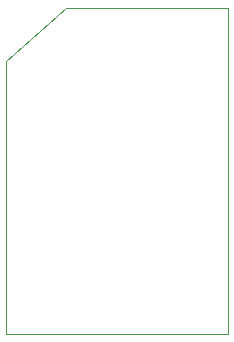
<source format=gbr>
%TF.GenerationSoftware,KiCad,Pcbnew,(5.1.8)-1*%
%TF.CreationDate,2021-11-24T15:46:36-08:00*%
%TF.ProjectId,ISP_SMT_Pogo_6p,4953505f-534d-4545-9f50-6f676f5f3670,rev?*%
%TF.SameCoordinates,Original*%
%TF.FileFunction,Profile,NP*%
%FSLAX46Y46*%
G04 Gerber Fmt 4.6, Leading zero omitted, Abs format (unit mm)*
G04 Created by KiCad (PCBNEW (5.1.8)-1) date 2021-11-24 15:46:36*
%MOMM*%
%LPD*%
G01*
G04 APERTURE LIST*
%TA.AperFunction,Profile*%
%ADD10C,0.050000*%
%TD*%
G04 APERTURE END LIST*
D10*
X135890000Y-64389000D02*
X130810000Y-68834000D01*
X135890000Y-64389000D02*
X149606000Y-64389000D01*
X130810000Y-91948000D02*
X130810000Y-68834000D01*
X149606000Y-91948000D02*
X130810000Y-91948000D01*
X149606000Y-64389000D02*
X149606000Y-91948000D01*
M02*

</source>
